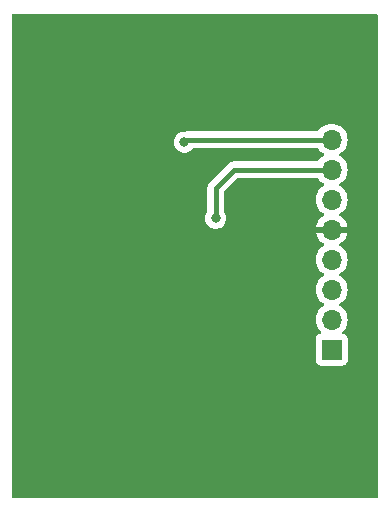
<source format=gbr>
%TF.GenerationSoftware,KiCad,Pcbnew,8.0.1*%
%TF.CreationDate,2024-04-28T14:25:19+02:00*%
%TF.ProjectId,top_led_btn_2MU_TOP,746f705f-6c65-4645-9f62-746e5f324d55,rev?*%
%TF.SameCoordinates,Original*%
%TF.FileFunction,Copper,L2,Bot*%
%TF.FilePolarity,Positive*%
%FSLAX46Y46*%
G04 Gerber Fmt 4.6, Leading zero omitted, Abs format (unit mm)*
G04 Created by KiCad (PCBNEW 8.0.1) date 2024-04-28 14:25:19*
%MOMM*%
%LPD*%
G01*
G04 APERTURE LIST*
%TA.AperFunction,ComponentPad*%
%ADD10R,1.700000X1.700000*%
%TD*%
%TA.AperFunction,ComponentPad*%
%ADD11O,1.700000X1.700000*%
%TD*%
%TA.AperFunction,ViaPad*%
%ADD12C,0.800000*%
%TD*%
%TA.AperFunction,Conductor*%
%ADD13C,0.400000*%
%TD*%
G04 APERTURE END LIST*
D10*
%TO.P,J2,1,Pin_1*%
%TO.N,Net-(D3-K)*%
X126660000Y-102560000D03*
D11*
%TO.P,J2,2,Pin_2*%
%TO.N,Net-(D2-K)*%
X126660000Y-100020000D03*
%TO.P,J2,3,Pin_3*%
%TO.N,Net-(J2-Pin_3)*%
X126660000Y-97480000D03*
%TO.P,J2,4,Pin_4*%
%TO.N,Net-(J2-Pin_4)*%
X126660000Y-94940000D03*
%TO.P,J2,5,Pin_5*%
%TO.N,GND*%
X126660000Y-92400000D03*
%TO.P,J2,6,Pin_6*%
%TO.N,Net-(J2-Pin_6)*%
X126660000Y-89860000D03*
%TO.P,J2,7,Pin_7*%
%TO.N,+3V3*%
X126660000Y-87320000D03*
%TO.P,J2,8,Pin_8*%
%TO.N,Net-(D1-K)*%
X126660000Y-84780000D03*
%TD*%
D12*
%TO.N,GND*%
X128778000Y-78232000D03*
X128016000Y-110490000D03*
X115316000Y-110998000D03*
X102870000Y-82804000D03*
X102616000Y-95758000D03*
X102362000Y-107696000D03*
X117094000Y-96012000D03*
X115824000Y-81280000D03*
X121412000Y-82296000D03*
X115316000Y-103378000D03*
%TO.N,Net-(D1-K)*%
X114195000Y-85000000D03*
%TO.N,+3V3*%
X116840000Y-91440000D03*
%TD*%
D13*
%TO.N,+3V3*%
X116840000Y-91440000D02*
X116840000Y-88900000D01*
X116840000Y-88900000D02*
X118420000Y-87320000D01*
X118420000Y-87320000D02*
X126660000Y-87320000D01*
%TO.N,Net-(D1-K)*%
X114195000Y-85000000D02*
X114415000Y-84780000D01*
X114415000Y-84780000D02*
X126660000Y-84780000D01*
%TD*%
%TA.AperFunction,Conductor*%
%TO.N,GND*%
G36*
X130502539Y-74180185D02*
G01*
X130548294Y-74232989D01*
X130559500Y-74284500D01*
X130559500Y-115035500D01*
X130539815Y-115102539D01*
X130487011Y-115148294D01*
X130435500Y-115159500D01*
X99684500Y-115159500D01*
X99617461Y-115139815D01*
X99571706Y-115087011D01*
X99560500Y-115035500D01*
X99560500Y-85000000D01*
X113289540Y-85000000D01*
X113309326Y-85188256D01*
X113309327Y-85188259D01*
X113367818Y-85368277D01*
X113367821Y-85368284D01*
X113462467Y-85532216D01*
X113569777Y-85651395D01*
X113589129Y-85672888D01*
X113742265Y-85784148D01*
X113742270Y-85784151D01*
X113915192Y-85861142D01*
X113915197Y-85861144D01*
X114100354Y-85900500D01*
X114100355Y-85900500D01*
X114289644Y-85900500D01*
X114289646Y-85900500D01*
X114474803Y-85861144D01*
X114647730Y-85784151D01*
X114800871Y-85672888D01*
X114927533Y-85532216D01*
X114927536Y-85532209D01*
X114927971Y-85531613D01*
X114928314Y-85531348D01*
X114931881Y-85527387D01*
X114932605Y-85528039D01*
X114983302Y-85488948D01*
X115028288Y-85480500D01*
X125437289Y-85480500D01*
X125504328Y-85500185D01*
X125538864Y-85533377D01*
X125621505Y-85651402D01*
X125788597Y-85818493D01*
X125788603Y-85818498D01*
X125974158Y-85948425D01*
X126017783Y-86003002D01*
X126024977Y-86072500D01*
X125993454Y-86134855D01*
X125974158Y-86151575D01*
X125788597Y-86281505D01*
X125621506Y-86448596D01*
X125538864Y-86566623D01*
X125484287Y-86610248D01*
X125437289Y-86619500D01*
X118351003Y-86619500D01*
X118242590Y-86641065D01*
X118242589Y-86641065D01*
X118229131Y-86643742D01*
X118215673Y-86646419D01*
X118162866Y-86668291D01*
X118162866Y-86668292D01*
X118115774Y-86687798D01*
X118088186Y-86699226D01*
X118078034Y-86706010D01*
X118077923Y-86706084D01*
X117973457Y-86775886D01*
X117973453Y-86775889D01*
X116295890Y-88453451D01*
X116295887Y-88453454D01*
X116268773Y-88494035D01*
X116219223Y-88568191D01*
X116166421Y-88695667D01*
X116166418Y-88695677D01*
X116139500Y-88831004D01*
X116139500Y-90824608D01*
X116119815Y-90891647D01*
X116107656Y-90907574D01*
X116107468Y-90907782D01*
X116107464Y-90907787D01*
X116012821Y-91071715D01*
X116012818Y-91071722D01*
X115960780Y-91231880D01*
X115954326Y-91251744D01*
X115934540Y-91440000D01*
X115954326Y-91628256D01*
X115954327Y-91628259D01*
X116012818Y-91808277D01*
X116012821Y-91808284D01*
X116107467Y-91972216D01*
X116234129Y-92112888D01*
X116387265Y-92224148D01*
X116387270Y-92224151D01*
X116560192Y-92301142D01*
X116560197Y-92301144D01*
X116745354Y-92340500D01*
X116745355Y-92340500D01*
X116934644Y-92340500D01*
X116934646Y-92340500D01*
X117119803Y-92301144D01*
X117292730Y-92224151D01*
X117445871Y-92112888D01*
X117572533Y-91972216D01*
X117667179Y-91808284D01*
X117725674Y-91628256D01*
X117745460Y-91440000D01*
X117725674Y-91251744D01*
X117667179Y-91071716D01*
X117572533Y-90907784D01*
X117572344Y-90907574D01*
X117572273Y-90907427D01*
X117568714Y-90902528D01*
X117569610Y-90901876D01*
X117542119Y-90844580D01*
X117540500Y-90824608D01*
X117540500Y-89241518D01*
X117560185Y-89174479D01*
X117576819Y-89153837D01*
X118673837Y-88056819D01*
X118735160Y-88023334D01*
X118761518Y-88020500D01*
X125437289Y-88020500D01*
X125504328Y-88040185D01*
X125538864Y-88073377D01*
X125621505Y-88191402D01*
X125788597Y-88358493D01*
X125788603Y-88358498D01*
X125974158Y-88488425D01*
X126017783Y-88543002D01*
X126024977Y-88612500D01*
X125993454Y-88674855D01*
X125974158Y-88691575D01*
X125788597Y-88821505D01*
X125621505Y-88988597D01*
X125485965Y-89182169D01*
X125485964Y-89182171D01*
X125386098Y-89396335D01*
X125386094Y-89396344D01*
X125324938Y-89624586D01*
X125324936Y-89624596D01*
X125304341Y-89859999D01*
X125304341Y-89860000D01*
X125324936Y-90095403D01*
X125324938Y-90095413D01*
X125386094Y-90323655D01*
X125386096Y-90323659D01*
X125386097Y-90323663D01*
X125485965Y-90537830D01*
X125485967Y-90537834D01*
X125621501Y-90731395D01*
X125621506Y-90731402D01*
X125788597Y-90898493D01*
X125788603Y-90898498D01*
X125974594Y-91028730D01*
X126018219Y-91083307D01*
X126025413Y-91152805D01*
X125993890Y-91215160D01*
X125974595Y-91231880D01*
X125788922Y-91361890D01*
X125788920Y-91361891D01*
X125621891Y-91528920D01*
X125621886Y-91528926D01*
X125486400Y-91722420D01*
X125486399Y-91722422D01*
X125386570Y-91936507D01*
X125386567Y-91936513D01*
X125329364Y-92149999D01*
X125329364Y-92150000D01*
X126226988Y-92150000D01*
X126194075Y-92207007D01*
X126160000Y-92334174D01*
X126160000Y-92465826D01*
X126194075Y-92592993D01*
X126226988Y-92650000D01*
X125329364Y-92650000D01*
X125386567Y-92863486D01*
X125386570Y-92863492D01*
X125486399Y-93077578D01*
X125621894Y-93271082D01*
X125788917Y-93438105D01*
X125974595Y-93568119D01*
X126018219Y-93622696D01*
X126025412Y-93692195D01*
X125993890Y-93754549D01*
X125974595Y-93771269D01*
X125788594Y-93901508D01*
X125621505Y-94068597D01*
X125485965Y-94262169D01*
X125485964Y-94262171D01*
X125386098Y-94476335D01*
X125386094Y-94476344D01*
X125324938Y-94704586D01*
X125324936Y-94704596D01*
X125304341Y-94939999D01*
X125304341Y-94940000D01*
X125324936Y-95175403D01*
X125324938Y-95175413D01*
X125386094Y-95403655D01*
X125386096Y-95403659D01*
X125386097Y-95403663D01*
X125485965Y-95617830D01*
X125485967Y-95617834D01*
X125621501Y-95811395D01*
X125621506Y-95811402D01*
X125788597Y-95978493D01*
X125788603Y-95978498D01*
X125974158Y-96108425D01*
X126017783Y-96163002D01*
X126024977Y-96232500D01*
X125993454Y-96294855D01*
X125974158Y-96311575D01*
X125788597Y-96441505D01*
X125621505Y-96608597D01*
X125485965Y-96802169D01*
X125485964Y-96802171D01*
X125386098Y-97016335D01*
X125386094Y-97016344D01*
X125324938Y-97244586D01*
X125324936Y-97244596D01*
X125304341Y-97479999D01*
X125304341Y-97480000D01*
X125324936Y-97715403D01*
X125324938Y-97715413D01*
X125386094Y-97943655D01*
X125386096Y-97943659D01*
X125386097Y-97943663D01*
X125485965Y-98157830D01*
X125485967Y-98157834D01*
X125621501Y-98351395D01*
X125621506Y-98351402D01*
X125788597Y-98518493D01*
X125788603Y-98518498D01*
X125974158Y-98648425D01*
X126017783Y-98703002D01*
X126024977Y-98772500D01*
X125993454Y-98834855D01*
X125974158Y-98851575D01*
X125788597Y-98981505D01*
X125621505Y-99148597D01*
X125485965Y-99342169D01*
X125485964Y-99342171D01*
X125386098Y-99556335D01*
X125386094Y-99556344D01*
X125324938Y-99784586D01*
X125324936Y-99784596D01*
X125304341Y-100019999D01*
X125304341Y-100020000D01*
X125324936Y-100255403D01*
X125324938Y-100255413D01*
X125386094Y-100483655D01*
X125386096Y-100483659D01*
X125386097Y-100483663D01*
X125485965Y-100697830D01*
X125485967Y-100697834D01*
X125594281Y-100852521D01*
X125621501Y-100891396D01*
X125621506Y-100891402D01*
X125743430Y-101013326D01*
X125776915Y-101074649D01*
X125771931Y-101144341D01*
X125730059Y-101200274D01*
X125699083Y-101217189D01*
X125567669Y-101266203D01*
X125567664Y-101266206D01*
X125452455Y-101352452D01*
X125452452Y-101352455D01*
X125366206Y-101467664D01*
X125366202Y-101467671D01*
X125315908Y-101602517D01*
X125309501Y-101662116D01*
X125309501Y-101662123D01*
X125309500Y-101662135D01*
X125309500Y-103457870D01*
X125309501Y-103457876D01*
X125315908Y-103517483D01*
X125366202Y-103652328D01*
X125366206Y-103652335D01*
X125452452Y-103767544D01*
X125452455Y-103767547D01*
X125567664Y-103853793D01*
X125567671Y-103853797D01*
X125702517Y-103904091D01*
X125702516Y-103904091D01*
X125709444Y-103904835D01*
X125762127Y-103910500D01*
X127557872Y-103910499D01*
X127617483Y-103904091D01*
X127752331Y-103853796D01*
X127867546Y-103767546D01*
X127953796Y-103652331D01*
X128004091Y-103517483D01*
X128010500Y-103457873D01*
X128010499Y-101662128D01*
X128004091Y-101602517D01*
X127953796Y-101467669D01*
X127953795Y-101467668D01*
X127953793Y-101467664D01*
X127867547Y-101352455D01*
X127867544Y-101352452D01*
X127752335Y-101266206D01*
X127752328Y-101266202D01*
X127620917Y-101217189D01*
X127564983Y-101175318D01*
X127540566Y-101109853D01*
X127555418Y-101041580D01*
X127576563Y-101013332D01*
X127698495Y-100891401D01*
X127834035Y-100697830D01*
X127933903Y-100483663D01*
X127995063Y-100255408D01*
X128015659Y-100020000D01*
X127995063Y-99784592D01*
X127933903Y-99556337D01*
X127834035Y-99342171D01*
X127698495Y-99148599D01*
X127698494Y-99148597D01*
X127531402Y-98981506D01*
X127531396Y-98981501D01*
X127345842Y-98851575D01*
X127302217Y-98796998D01*
X127295023Y-98727500D01*
X127326546Y-98665145D01*
X127345842Y-98648425D01*
X127368026Y-98632891D01*
X127531401Y-98518495D01*
X127698495Y-98351401D01*
X127834035Y-98157830D01*
X127933903Y-97943663D01*
X127995063Y-97715408D01*
X128015659Y-97480000D01*
X127995063Y-97244592D01*
X127933903Y-97016337D01*
X127834035Y-96802171D01*
X127698495Y-96608599D01*
X127698494Y-96608597D01*
X127531402Y-96441506D01*
X127531396Y-96441501D01*
X127345842Y-96311575D01*
X127302217Y-96256998D01*
X127295023Y-96187500D01*
X127326546Y-96125145D01*
X127345842Y-96108425D01*
X127368026Y-96092891D01*
X127531401Y-95978495D01*
X127698495Y-95811401D01*
X127834035Y-95617830D01*
X127933903Y-95403663D01*
X127995063Y-95175408D01*
X128015659Y-94940000D01*
X127995063Y-94704592D01*
X127933903Y-94476337D01*
X127834035Y-94262171D01*
X127698495Y-94068599D01*
X127698494Y-94068597D01*
X127531402Y-93901506D01*
X127531401Y-93901505D01*
X127345405Y-93771269D01*
X127301781Y-93716692D01*
X127294588Y-93647193D01*
X127326110Y-93584839D01*
X127345405Y-93568119D01*
X127531082Y-93438105D01*
X127698105Y-93271082D01*
X127833600Y-93077578D01*
X127933429Y-92863492D01*
X127933432Y-92863486D01*
X127990636Y-92650000D01*
X127093012Y-92650000D01*
X127125925Y-92592993D01*
X127160000Y-92465826D01*
X127160000Y-92334174D01*
X127125925Y-92207007D01*
X127093012Y-92150000D01*
X127990636Y-92150000D01*
X127990635Y-92149999D01*
X127933432Y-91936513D01*
X127933429Y-91936507D01*
X127833600Y-91722422D01*
X127833599Y-91722420D01*
X127698113Y-91528926D01*
X127698108Y-91528920D01*
X127531078Y-91361890D01*
X127345405Y-91231879D01*
X127301780Y-91177302D01*
X127294588Y-91107804D01*
X127326110Y-91045449D01*
X127345406Y-91028730D01*
X127531401Y-90898495D01*
X127698495Y-90731401D01*
X127834035Y-90537830D01*
X127933903Y-90323663D01*
X127995063Y-90095408D01*
X128015659Y-89860000D01*
X127995063Y-89624592D01*
X127933903Y-89396337D01*
X127834035Y-89182171D01*
X127814196Y-89153837D01*
X127698494Y-88988597D01*
X127531402Y-88821506D01*
X127531396Y-88821501D01*
X127345842Y-88691575D01*
X127302217Y-88636998D01*
X127295023Y-88567500D01*
X127326546Y-88505145D01*
X127345842Y-88488425D01*
X127395781Y-88453457D01*
X127531401Y-88358495D01*
X127698495Y-88191401D01*
X127834035Y-87997830D01*
X127933903Y-87783663D01*
X127995063Y-87555408D01*
X128015659Y-87320000D01*
X127995063Y-87084592D01*
X127933903Y-86856337D01*
X127834035Y-86642171D01*
X127833262Y-86641066D01*
X127698494Y-86448597D01*
X127531402Y-86281506D01*
X127531396Y-86281501D01*
X127345842Y-86151575D01*
X127302217Y-86096998D01*
X127295023Y-86027500D01*
X127326546Y-85965145D01*
X127345842Y-85948425D01*
X127470492Y-85861144D01*
X127531401Y-85818495D01*
X127698495Y-85651401D01*
X127834035Y-85457830D01*
X127933903Y-85243663D01*
X127995063Y-85015408D01*
X128015659Y-84780000D01*
X127995063Y-84544592D01*
X127933903Y-84316337D01*
X127834035Y-84102171D01*
X127830497Y-84097117D01*
X127698494Y-83908597D01*
X127531402Y-83741506D01*
X127531395Y-83741501D01*
X127337834Y-83605967D01*
X127337830Y-83605965D01*
X127337828Y-83605964D01*
X127123663Y-83506097D01*
X127123659Y-83506096D01*
X127123655Y-83506094D01*
X126895413Y-83444938D01*
X126895403Y-83444936D01*
X126660001Y-83424341D01*
X126659999Y-83424341D01*
X126424596Y-83444936D01*
X126424586Y-83444938D01*
X126196344Y-83506094D01*
X126196335Y-83506098D01*
X125982171Y-83605964D01*
X125982169Y-83605965D01*
X125788597Y-83741505D01*
X125621506Y-83908596D01*
X125538864Y-84026623D01*
X125484287Y-84070248D01*
X125437289Y-84079500D01*
X114346004Y-84079500D01*
X114257441Y-84097117D01*
X114233249Y-84099500D01*
X114100354Y-84099500D01*
X114087788Y-84102171D01*
X113915197Y-84138855D01*
X113915192Y-84138857D01*
X113742270Y-84215848D01*
X113742265Y-84215851D01*
X113589129Y-84327111D01*
X113462466Y-84467785D01*
X113367821Y-84631715D01*
X113367818Y-84631722D01*
X113319640Y-84780000D01*
X113309326Y-84811744D01*
X113289540Y-85000000D01*
X99560500Y-85000000D01*
X99560500Y-74284500D01*
X99580185Y-74217461D01*
X99632989Y-74171706D01*
X99684500Y-74160500D01*
X130435500Y-74160500D01*
X130502539Y-74180185D01*
G37*
%TD.AperFunction*%
%TD*%
M02*

</source>
